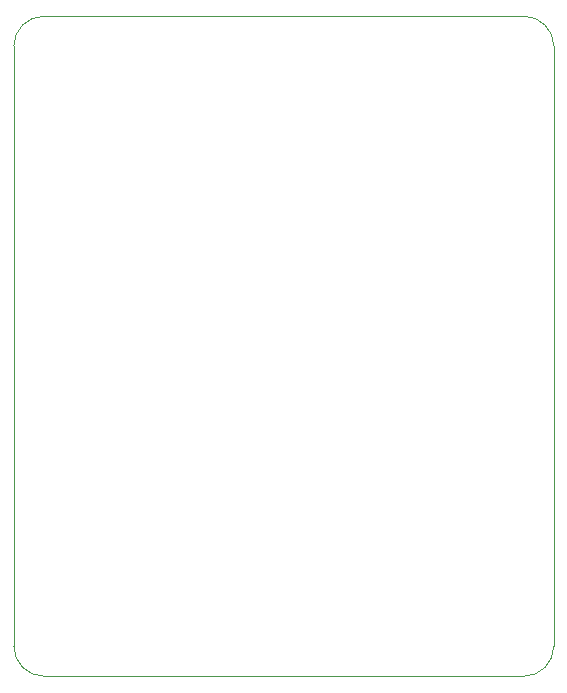
<source format=gbr>
G04 #@! TF.GenerationSoftware,KiCad,Pcbnew,(5.1.9)-1*
G04 #@! TF.CreationDate,2021-03-06T13:20:15+01:00*
G04 #@! TF.ProjectId,Jennic JN5148-001-M04 breakout,4a656e6e-6963-4204-9a4e-353134382d30,rev?*
G04 #@! TF.SameCoordinates,Original*
G04 #@! TF.FileFunction,Profile,NP*
%FSLAX46Y46*%
G04 Gerber Fmt 4.6, Leading zero omitted, Abs format (unit mm)*
G04 Created by KiCad (PCBNEW (5.1.9)-1) date 2021-03-06 13:20:15*
%MOMM*%
%LPD*%
G01*
G04 APERTURE LIST*
G04 #@! TA.AperFunction,Profile*
%ADD10C,0.050000*%
G04 #@! TD*
G04 APERTURE END LIST*
D10*
X124460000Y-129540000D02*
G75*
G02*
X121920000Y-127000000I0J2540000D01*
G01*
X167640000Y-127000000D02*
G75*
G02*
X165100000Y-129540000I-2540000J0D01*
G01*
X165100000Y-73660000D02*
G75*
G02*
X167640000Y-76200000I0J-2540000D01*
G01*
X121920000Y-76200000D02*
G75*
G02*
X124460000Y-73660000I2540000J0D01*
G01*
X167640000Y-76200000D02*
X167640000Y-127000000D01*
X124460000Y-73660000D02*
X165100000Y-73660000D01*
X121920000Y-127000000D02*
X121920000Y-76200000D01*
X165100000Y-129540000D02*
X124460000Y-129540000D01*
M02*

</source>
